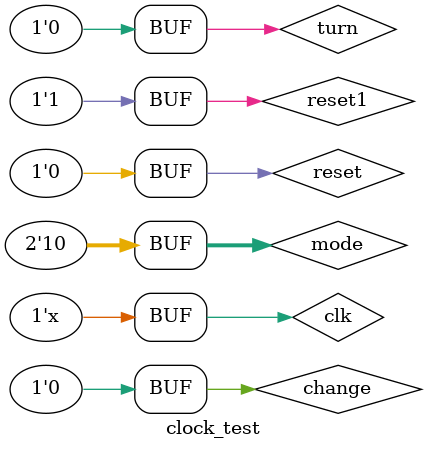
<source format=v>
`timescale 1ns / 1ps


module clock_test;

	// Inputs
	reg clk;
	reg reset;
	reg [1:0] mode;
	reg turn;
	reg change;
	reg reset1;

	// Outputs
	wire [7:0] hour;
	wire [7:0] minute;
	wire [7:0] second;
	wire alert;

	// Instantiate the Unit Under Test (UUT)
	clock uut (
		.clk(clk), 
		.reset(reset), 
		.mode(mode), 
		.turn(turn), 
		.change(change), 
		.reset1(reset1), 
		.hour(hour), 
		.minute(minute), 
		.second(second), 
		.alert(alert)
	);

	initial begin
		// Initialize Inputs
		clk = 0;
		reset = 0;
		mode = 0;
		turn = 0;
		change = 0;
		reset1 = 0;
		#2
		
		reset = 1;
		#2
		reset = 0;
		#200
		
		//µ÷ÕûÐ¡Ê±
		mode = 1;
		#1
		turn = 1;
		#1
		change = 1;
		#2
		change = 0;
		#2
		change = 1;
		#2
		change = 0;
		#1
		
		//Õý³£¼ÆÊý
		mode = 0;
		#200
		
		//µ÷Õû·ÖÖÓ
		mode = 1;
		#1
		turn = 0;
		#1
		change = 1;
		#2
		change = 0;
		#2
		change = 1;
		#2
		change = 0;
		#1
		
		//Õý³£¼ÆÊý
		mode = 0;
		#200
		
		mode = 2;
		turn = 1;
		change = 1;
		#2
		change = 0;
		#2
		change = 1;
		#2
		change = 0;
		#2
		change = 1;
		#2
		change = 0;
		#2
		turn = 0;
		change = 1;
		#2
		change = 0;
		#2
		change = 1;
		#2
		change = 0;
		#2
		reset1 = 1;
	end
	
	always #2 clk = ~clk;
      
endmodule


</source>
